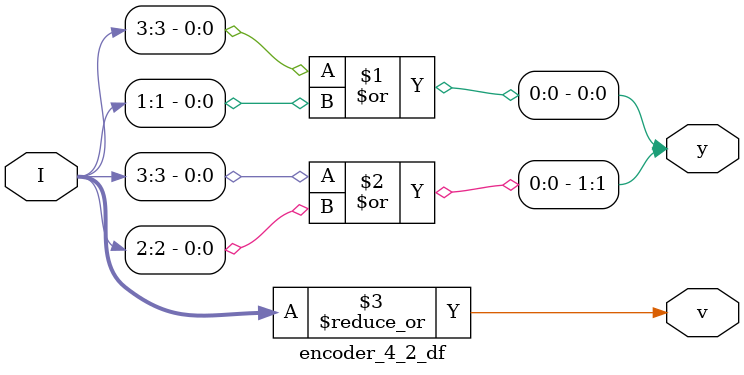
<source format=v>
module encoder_4_2_df(
    input [3:0] I, 
    output [1:0] y,
    output v);


assign y = {I[3] | I[2], I[3] | I[1]};
assign v = |I;

endmodule
</source>
